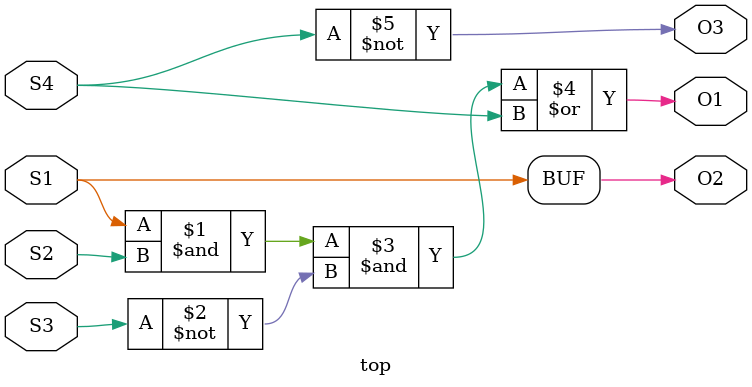
<source format=v>
/*
 * Generated by Digital. Don't modify this file!
 * Any changes will be lost if this file is regenerated.
 */

module top (
  input S1,
  input S2,
  input S3,
  input S4,
  output O1,
  output O2,
  output O3
);
  assign O1 = ((S1 & S2 & ~ S3) | S4);
  assign O3 = ~ S4;
  assign O2 = S1;
endmodule

</source>
